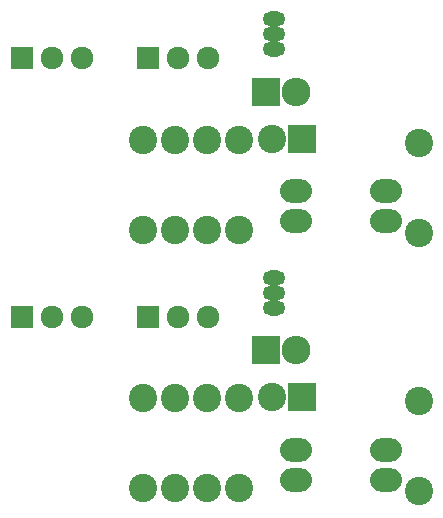
<source format=gbr>
G04 #@! TF.FileFunction,Soldermask,Bot*
%FSLAX46Y46*%
G04 Gerber Fmt 4.6, Leading zero omitted, Abs format (unit mm)*
G04 Created by KiCad (PCBNEW 4.0.4-stable) date 11/28/16 12:21:10*
%MOMM*%
%LPD*%
G01*
G04 APERTURE LIST*
%ADD10C,0.100000*%
%ADD11C,2.398980*%
%ADD12R,2.432000X2.432000*%
%ADD13O,2.432000X2.432000*%
%ADD14R,2.400000X2.400000*%
%ADD15C,2.400000*%
%ADD16C,1.924000*%
%ADD17R,1.924000X1.924000*%
%ADD18O,1.901140X1.299160*%
%ADD19O,2.700000X2.000000*%
G04 APERTURE END LIST*
D10*
D11*
X198900000Y-118630000D03*
X198900000Y-111010000D03*
D12*
X206600000Y-106980000D03*
D13*
X209140000Y-106980000D03*
D14*
X209700000Y-110930000D03*
D15*
X207160000Y-110930000D03*
D16*
X199200000Y-104130000D03*
X201740000Y-104130000D03*
D17*
X196660000Y-104130000D03*
D16*
X188500000Y-104130000D03*
X191040000Y-104130000D03*
D17*
X185960000Y-104130000D03*
D18*
X207300000Y-102100000D03*
X207300000Y-103370000D03*
X207300000Y-100830000D03*
D11*
X204300000Y-118630000D03*
X204300000Y-111010000D03*
X201600000Y-118630000D03*
X201600000Y-111010000D03*
X219550000Y-118930000D03*
X219550000Y-111310000D03*
X196200000Y-111030000D03*
X196200000Y-118650000D03*
D19*
X216750000Y-117930000D03*
X216750000Y-115390000D03*
X209130000Y-115390000D03*
X209130000Y-117930000D03*
X216750000Y-139800000D03*
X216750000Y-137260000D03*
X209130000Y-137260000D03*
X209130000Y-139800000D03*
D11*
X196200000Y-132900000D03*
X196200000Y-140520000D03*
X219550000Y-140800000D03*
X219550000Y-133180000D03*
X201600000Y-140500000D03*
X201600000Y-132880000D03*
X204300000Y-140500000D03*
X204300000Y-132880000D03*
D18*
X207300000Y-123970000D03*
X207300000Y-125240000D03*
X207300000Y-122700000D03*
D16*
X188500000Y-126000000D03*
X191040000Y-126000000D03*
D17*
X185960000Y-126000000D03*
D16*
X199200000Y-126000000D03*
X201740000Y-126000000D03*
D17*
X196660000Y-126000000D03*
D14*
X209700000Y-132800000D03*
D15*
X207160000Y-132800000D03*
D12*
X206600000Y-128850000D03*
D13*
X209140000Y-128850000D03*
D11*
X198900000Y-140500000D03*
X198900000Y-132880000D03*
M02*

</source>
